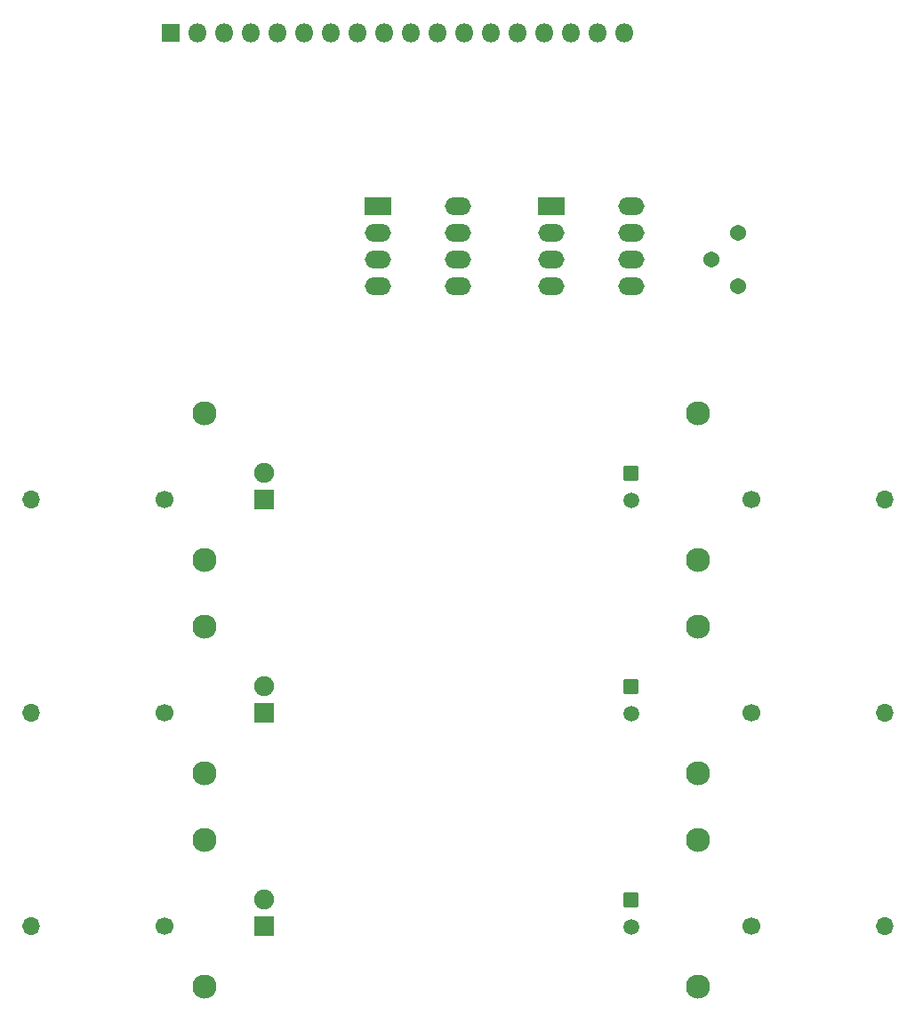
<source format=gbr>
%TF.GenerationSoftware,KiCad,Pcbnew,(5.1.6)-1*%
%TF.CreationDate,2021-03-26T11:01:25+01:00*%
%TF.ProjectId,carte_PhotodectionSimple,63617274-655f-4506-986f-746f64656374,rev?*%
%TF.SameCoordinates,Original*%
%TF.FileFunction,Soldermask,Top*%
%TF.FilePolarity,Negative*%
%FSLAX46Y46*%
G04 Gerber Fmt 4.6, Leading zero omitted, Abs format (unit mm)*
G04 Created by KiCad (PCBNEW (5.1.6)-1) date 2021-03-26 11:01:25*
%MOMM*%
%LPD*%
G01*
G04 APERTURE LIST*
%ADD10C,2.300000*%
%ADD11R,1.800000X1.800000*%
%ADD12O,1.800000X1.800000*%
%ADD13R,1.900000X1.900000*%
%ADD14C,1.900000*%
%ADD15C,1.500000*%
%ADD16O,1.700000X1.700000*%
%ADD17C,1.700000*%
%ADD18C,1.540000*%
%ADD19O,2.500000X1.700000*%
%ADD20R,2.500000X1.700000*%
G04 APERTURE END LIST*
D10*
%TO.C,REF\u002A\u002A*%
X187325000Y-137160000D03*
%TD*%
%TO.C,REF\u002A\u002A*%
X187325000Y-116840000D03*
%TD*%
%TO.C,REF\u002A\u002A*%
X187325000Y-123190000D03*
%TD*%
%TO.C,REF\u002A\u002A*%
X234315000Y-137160000D03*
%TD*%
%TO.C,REF\u002A\u002A*%
X234315000Y-123190000D03*
%TD*%
%TO.C,REF\u002A\u002A*%
X234315000Y-116840000D03*
%TD*%
%TO.C,REF\u002A\u002A*%
X234315000Y-102870000D03*
%TD*%
%TO.C,REF\u002A\u002A*%
X234315000Y-96520000D03*
%TD*%
%TO.C,REF\u002A\u002A*%
X234315000Y-82550000D03*
%TD*%
%TO.C,REF\u002A\u002A*%
X187325000Y-82550000D03*
%TD*%
%TO.C,REF\u002A\u002A*%
X187325000Y-102870000D03*
%TD*%
%TO.C,REF\u002A\u002A*%
X187325000Y-96520000D03*
%TD*%
D11*
%TO.C,J1*%
X184150000Y-46355000D03*
D12*
X186690000Y-46355000D03*
X189230000Y-46355000D03*
X191770000Y-46355000D03*
X194310000Y-46355000D03*
X196850000Y-46355000D03*
X199390000Y-46355000D03*
X201930000Y-46355000D03*
X204470000Y-46355000D03*
X207010000Y-46355000D03*
X209550000Y-46355000D03*
X212090000Y-46355000D03*
X214630000Y-46355000D03*
X217170000Y-46355000D03*
X219710000Y-46355000D03*
X222250000Y-46355000D03*
X224790000Y-46355000D03*
X227330000Y-46355000D03*
%TD*%
D13*
%TO.C,D1*%
X193040000Y-90805000D03*
D14*
X193040000Y-88265000D03*
%TD*%
%TO.C,D2*%
X193040000Y-108585000D03*
D13*
X193040000Y-111125000D03*
%TD*%
%TO.C,D3*%
X193040000Y-131445000D03*
D14*
X193040000Y-128905000D03*
%TD*%
D15*
%TO.C,D4*%
X227965000Y-90825000D03*
G36*
G01*
X227482000Y-87515000D02*
X228448000Y-87515000D01*
G75*
G02*
X228715000Y-87782000I0J-267000D01*
G01*
X228715000Y-88748000D01*
G75*
G02*
X228448000Y-89015000I-267000J0D01*
G01*
X227482000Y-89015000D01*
G75*
G02*
X227215000Y-88748000I0J267000D01*
G01*
X227215000Y-87782000D01*
G75*
G02*
X227482000Y-87515000I267000J0D01*
G01*
G37*
%TD*%
%TO.C,D5*%
G36*
G01*
X227482000Y-107835000D02*
X228448000Y-107835000D01*
G75*
G02*
X228715000Y-108102000I0J-267000D01*
G01*
X228715000Y-109068000D01*
G75*
G02*
X228448000Y-109335000I-267000J0D01*
G01*
X227482000Y-109335000D01*
G75*
G02*
X227215000Y-109068000I0J267000D01*
G01*
X227215000Y-108102000D01*
G75*
G02*
X227482000Y-107835000I267000J0D01*
G01*
G37*
X227965000Y-111145000D03*
%TD*%
%TO.C,D6*%
X227965000Y-131465000D03*
G36*
G01*
X227482000Y-128155000D02*
X228448000Y-128155000D01*
G75*
G02*
X228715000Y-128422000I0J-267000D01*
G01*
X228715000Y-129388000D01*
G75*
G02*
X228448000Y-129655000I-267000J0D01*
G01*
X227482000Y-129655000D01*
G75*
G02*
X227215000Y-129388000I0J267000D01*
G01*
X227215000Y-128422000D01*
G75*
G02*
X227482000Y-128155000I267000J0D01*
G01*
G37*
%TD*%
D16*
%TO.C,R1*%
X170815000Y-90805000D03*
D17*
X183515000Y-90805000D03*
%TD*%
D16*
%TO.C,R2*%
X170815000Y-111125000D03*
D17*
X183515000Y-111125000D03*
%TD*%
D16*
%TO.C,R3*%
X170815000Y-131445000D03*
D17*
X183515000Y-131445000D03*
%TD*%
%TO.C,R4*%
X239395000Y-90805000D03*
D16*
X252095000Y-90805000D03*
%TD*%
D17*
%TO.C,R5*%
X239395000Y-111125000D03*
D16*
X252095000Y-111125000D03*
%TD*%
D17*
%TO.C,R6*%
X239395000Y-131445000D03*
D16*
X252095000Y-131445000D03*
%TD*%
D18*
%TO.C,RV1*%
X238125000Y-70485000D03*
X235585000Y-67945000D03*
X238125000Y-65405000D03*
%TD*%
D19*
%TO.C,U1*%
X227965000Y-62865000D03*
X220345000Y-70485000D03*
X227965000Y-65405000D03*
X220345000Y-67945000D03*
X227965000Y-67945000D03*
X220345000Y-65405000D03*
X227965000Y-70485000D03*
D20*
X220345000Y-62865000D03*
%TD*%
%TO.C,U2*%
X203835000Y-62865000D03*
D19*
X211455000Y-70485000D03*
X203835000Y-65405000D03*
X211455000Y-67945000D03*
X203835000Y-67945000D03*
X211455000Y-65405000D03*
X203835000Y-70485000D03*
X211455000Y-62865000D03*
%TD*%
M02*

</source>
